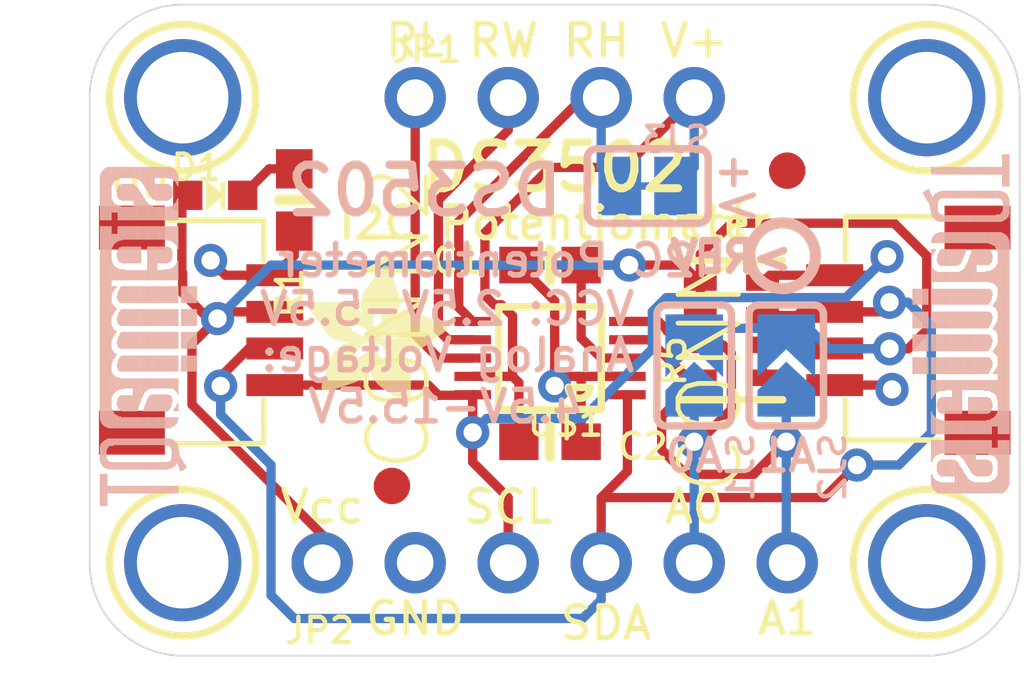
<source format=kicad_pcb>
(kicad_pcb (version 20211014) (generator pcbnew)
  (layers (0 "F.Cu" signal) (31 "B.Cu" signal) (34 "B.Paste" user) (35 "F.Paste" user) (36 "B.SilkS" user "B.Silkscreen") (37 "F.SilkS" user "F.Silkscreen") (38 "B.Mask" user) (39 "F.Mask" user) (44 "Edge.Cuts" user))
  (net 0 "")
  (net 1 "V+")
  (net 2 "GND")
  (net 3 "SCL")
  (net 4 "SDA")
  (net 5 "VCC")
  (net 6 "A0")
  (net 7 "A1")
  (net 8 "RH")
  (net 9 "RW")
  (net 10 "RL")
  (net 11 "N$2")
  (footprint "boardEagle:FIDUCIAL_1MM" (layer "F.Cu") (at 144.0561 109.2581)
    (fp_text reference "FID1" hide)
    (fp_text value "FIDUCIAL_1MM" hide)
    (pad "1" smd roundrect (at 0 0) (size 1 1) (layers "F.Cu" "F.Mask") (roundrect_rratio 0.5))
  )
  (footprint "boardEagle:1X04_ROUND" (layer "F.Cu") (at 148.5011 98.6536)
    (fp_text reference "JP1" (at -4.5212 -1.3208) (layer "F.SilkS") (effects (font (size 0.692831 0.692831) (thickness 0.119969)) (justify left)))
    (fp_text value "")
    (pad "1" thru_hole circle (at -3.81 0 90) (size 1.6764 1.6764) (drill 1) (layers *.Cu *.Mask) (net 10 "RL"))
    (pad "2" thru_hole circle (at -1.27 0 90) (size 1.6764 1.6764) (drill 1) (layers *.Cu *.Mask) (net 9 "RW"))
    (pad "3" thru_hole circle (at 1.27 0 90) (size 1.6764 1.6764) (drill 1) (layers *.Cu *.Mask) (net 8 "RH"))
    (pad "4" thru_hole circle (at 3.81 0 90) (size 1.6764 1.6764) (drill 1) (layers *.Cu *.Mask) (net 1 "V+"))
  )
  (footprint "boardEagle:MOUNTINGHOLE_2.5_PLATED" (layer "F.Cu") (at 138.3411 98.6536)
    (fp_text reference "U$2" hide)
    (fp_text value "MOUNTINGHOLE2.5" hide)
    (pad "P$1" thru_hole circle (at 0 0) (size 3.2 3.2) (drill 2.5) (layers *.Cu *.Mask))
  )
  (footprint "boardEagle:RESPACK_4X0603" (layer "F.Cu") (at 153.3271 105.0036 90)
    (fp_text reference "R5" (at -1.6 -1.6 90) (layer "F.SilkS") (effects (font (size 0.692831 0.692831) (thickness 0.119969)) (justify left)))
    (fp_text value "10K")
    (pad "1" smd rect (at -1.3 0.85 90) (size 0.45 0.9) (layers "F.Cu" "F.Paste" "F.Mask") (net 2 "GND"))
    (pad "2" smd rect (at -0.4 0.85 90) (size 0.45 0.9) (layers "F.Cu" "F.Paste" "F.Mask") (net 2 "GND"))
    (pad "3" smd rect (at 0.4 0.85 90) (size 0.45 0.9) (layers "F.Cu" "F.Paste" "F.Mask") (net 4 "SDA"))
    (pad "4" smd rect (at 1.3 0.85 90) (size 0.45 0.9) (layers "F.Cu" "F.Paste" "F.Mask") (net 3 "SCL"))
    (pad "5" smd rect (at 1.3 -0.85 90) (size 0.45 0.9) (layers "F.Cu" "F.Paste" "F.Mask") (net 5 "VCC"))
    (pad "6" smd rect (at 0.4 -0.85 90) (size 0.45 0.9) (layers "F.Cu" "F.Paste" "F.Mask") (net 5 "VCC"))
    (pad "7" smd rect (at -0.4 -0.85 90) (size 0.45 0.9) (layers "F.Cu" "F.Paste" "F.Mask") (net 6 "A0"))
    (pad "8" smd rect (at -1.3 -0.85 90) (size 0.45 0.9) (layers "F.Cu" "F.Paste" "F.Mask") (net 7 "A1"))
  )
  (footprint "boardEagle:0603-NO" (layer "F.Cu") (at 141.3891 101.4476 -90)
    (fp_text reference "R1" (at 1.778 0.127 90) (layer "F.SilkS") (effects (font (size 0.692831 0.692831) (thickness 0.119969)) (justify right)))
    (fp_text value "10K")
    (pad "1" smd rect (at -0.85 0 270) (size 1.075 1) (layers "F.Cu" "F.Paste" "F.Mask") (net 11 "N$2"))
    (pad "2" smd rect (at 0.85 0 270) (size 1.075 1) (layers "F.Cu" "F.Paste" "F.Mask") (net 2 "GND"))
  )
  (footprint "boardEagle:1X06_ROUND" (layer "F.Cu") (at 148.5011 111.3536)
    (fp_text reference "JP2" (at -7.4422 1.8542) (layer "F.SilkS") (effects (font (size 0.692831 0.692831) (thickness 0.119969)) (justify left)))
    (fp_text value "")
    (pad "1" thru_hole circle (at -6.35 0 90) (size 1.6764 1.6764) (drill 1) (layers *.Cu *.Mask) (net 5 "VCC"))
    (pad "2" thru_hole circle (at -3.81 0 90) (size 1.6764 1.6764) (drill 1) (layers *.Cu *.Mask) (net 2 "GND"))
    (pad "3" thru_hole circle (at -1.27 0 90) (size 1.6764 1.6764) (drill 1) (layers *.Cu *.Mask) (net 3 "SCL"))
    (pad "4" thru_hole circle (at 1.27 0 90) (size 1.6764 1.6764) (drill 1) (layers *.Cu *.Mask) (net 4 "SDA"))
    (pad "5" thru_hole circle (at 3.81 0 90) (size 1.6764 1.6764) (drill 1) (layers *.Cu *.Mask) (net 6 "A0"))
    (pad "6" thru_hole circle (at 6.35 0 90) (size 1.6764 1.6764) (drill 1) (layers *.Cu *.Mask) (net 7 "A1"))
  )
  (footprint "boardEagle:JST_SH4" (layer "F.Cu") (at 138.3411 105.0036 -90)
    (fp_text reference "CONN2" (at -4.6 -5.9 90) (layer "F.SilkS") (effects (font (size 1.647139 1.647139) (thickness 0.130861)) (justify right)))
    (fp_text value "STEMMA_I2C_QT" hide)
    (pad "1" smd rect (at -1.5 -2.514) (size 1.55 0.6) (layers "F.Cu" "F.Paste" "F.Mask") (net 2 "GND"))
    (pad "2" smd rect (at -0.5 -2.514) (size 1.55 0.6) (layers "F.Cu" "F.Paste" "F.Mask") (net 5 "VCC"))
    (pad "3" smd rect (at 0.5 -2.514) (size 1.55 0.6) (layers "F.Cu" "F.Paste" "F.Mask") (net 4 "SDA"))
    (pad "4" smd rect (at 1.5 -2.514) (size 1.55 0.6) (layers "F.Cu" "F.Paste" "F.Mask") (net 3 "SCL"))
    (pad "MT1" smd rect (at -2.8 1.386) (size 1.8 1.2) (layers "F.Cu" "F.Paste" "F.Mask"))
    (pad "MT2" smd rect (at 2.8 1.386) (size 1.8 1.2) (layers "F.Cu" "F.Paste" "F.Mask"))
  )
  (footprint "boardEagle:JST_SH4" (layer "F.Cu") (at 158.6611 105.0036 90)
    (fp_text reference "CONN1" (at -4.6 -5.9 90) (layer "F.SilkS") (effects (font (size 1.647139 1.647139) (thickness 0.130861)) (justify left)))
    (fp_text value "STEMMA_I2C_QT" hide)
    (pad "1" smd rect (at -1.5 -2.514 180) (size 1.55 0.6) (layers "F.Cu" "F.Paste" "F.Mask") (net 2 "GND"))
    (pad "2" smd rect (at -0.5 -2.514 180) (size 1.55 0.6) (layers "F.Cu" "F.Paste" "F.Mask") (net 5 "VCC"))
    (pad "3" smd rect (at 0.5 -2.514 180) (size 1.55 0.6) (layers "F.Cu" "F.Paste" "F.Mask") (net 4 "SDA"))
    (pad "4" smd rect (at 1.5 -2.514 180) (size 1.55 0.6) (layers "F.Cu" "F.Paste" "F.Mask") (net 3 "SCL"))
    (pad "MT1" smd rect (at -2.8 1.386 180) (size 1.8 1.2) (layers "F.Cu" "F.Paste" "F.Mask"))
    (pad "MT2" smd rect (at 2.8 1.386 180) (size 1.8 1.2) (layers "F.Cu" "F.Paste" "F.Mask"))
  )
  (footprint "boardEagle:0603-NO" (layer "F.Cu") (at 148.3741 108.0516)
    (fp_text reference "C2" (at 1.778 0.127) (layer "F.SilkS") (effects (font (size 0.692831 0.692831) (thickness 0.119969)) (justify left)))
    (fp_text value "0.1uF")
    (pad "1" smd rect (at -0.85 0) (size 1.075 1) (layers "F.Cu" "F.Paste" "F.Mask") (net 1 "V+"))
    (pad "2" smd rect (at 0.85 0) (size 1.075 1) (layers "F.Cu" "F.Paste" "F.Mask") (net 2 "GND"))
  )
  (footprint "boardEagle:FIDUCIAL_1MM" (layer "F.Cu") (at 154.8511 100.6475)
    (fp_text reference "FID2" hide)
    (fp_text value "FIDUCIAL_1MM" hide)
    (pad "1" smd roundrect (at 0 0) (size 1 1) (layers "F.Cu" "F.Mask") (roundrect_rratio 0.5))
  )
  (footprint "boardEagle:MOUNTINGHOLE_2.5_PLATED" (layer "F.Cu") (at 138.3411 111.3536)
    (fp_text reference "U$6" hide)
    (fp_text value "MOUNTINGHOLE2.5" hide)
    (pad "P$1" thru_hole circle (at 0 0) (size 3.2 3.2) (drill 2.5) (layers *.Cu *.Mask))
  )
  (footprint "boardEagle:MOUNTINGHOLE_2.5_PLATED" (layer "F.Cu") (at 158.6611 111.3536)
    (fp_text reference "U$7" hide)
    (fp_text value "MOUNTINGHOLE2.5" hide)
    (pad "P$1" thru_hole circle (at 0 0) (size 3.2 3.2) (drill 2.5) (layers *.Cu *.Mask))
  )
  (footprint "boardEagle:0603-NO" (layer "F.Cu") (at 148.3741 103.2256 180)
    (fp_text reference "C1" (at 1.778 0.127) (layer "F.SilkS") (effects (font (size 0.692831 0.692831) (thickness 0.119969)) (justify right)))
    (fp_text value "0.1uF")
    (pad "1" smd rect (at -0.85 0 180) (size 1.075 1) (layers "F.Cu" "F.Paste" "F.Mask") (net 5 "VCC"))
    (pad "2" smd rect (at 0.85 0 180) (size 1.075 1) (layers "F.Cu" "F.Paste" "F.Mask") (net 2 "GND"))
  )
  (footprint "boardEagle:ADAFRUIT_3.5MM" (layer "F.Cu") (at 141.7701 107.0356)
    (fp_text reference "U$8" hide)
    (fp_text value "" hide)
  )
  (footprint "boardEagle:CHIPLED_0603_NOOUTLINE" (layer "F.Cu") (at 139.2301 101.3206 -90)
    (fp_text reference "D1" (at -0.762 1.27) (layer "F.SilkS") (effects (font (size 0.692831 0.692831) (thickness 0.119969)) (justify left)))
    (fp_text value "GREEN")
    (pad "A" smd rect (at 0 0.75 270) (size 0.8 0.8) (layers "F.Cu" "F.Paste" "F.Mask") (net 5 "VCC"))
    (pad "C" smd rect (at 0 -0.75 270) (size 0.8 0.8) (layers "F.Cu" "F.Paste" "F.Mask") (net 11 "N$2"))
  )
  (footprint "boardEagle:MSOP10" (layer "F.Cu") (at 148.3741 105.7656 90)
    (fp_text reference "U$1" (at -1.778 1.524) (layer "F.SilkS") (effects (font (size 0.692831 0.692831) (thickness 0.119969)) (justify right)))
    (fp_text value "DS3502")
    (pad "1" smd rect (at -1 2.1131 90) (size 0.25 1) (layers "F.Cu" "F.Paste" "F.Mask") (net 4 "SDA"))
    (pad "2" smd rect (at -0.5 2.1131 90) (size 0.25 1) (layers "F.Cu" "F.Paste" "F.Mask") (net 2 "GND"))
    (pad "3" smd rect (at 0 2.1131 90) (size 0.25 1) (layers "F.Cu" "F.Paste" "F.Mask") (net 5 "VCC"))
    (pad "4" smd rect (at 0.5 2.1131 90) (size 0.25 1) (layers "F.Cu" "F.Paste" "F.Mask") (net 7 "A1"))
    (pad "5" smd rect (at 1 2.1131 90) (size 0.25 1) (layers "F.Cu" "F.Paste" "F.Mask") (net 6 "A0"))
    (pad "6" smd rect (at 1 -2.1131 270) (size 0.25 1) (layers "F.Cu" "F.Paste" "F.Mask") (net 8 "RH"))
    (pad "7" smd rect (at 0.5 -2.1131 270) (size 0.25 1) (layers "F.Cu" "F.Paste" "F.Mask") (net 9 "RW"))
    (pad "8" smd rect (at 0 -2.1131 270) (size 0.25 1) (layers "F.Cu" "F.Paste" "F.Mask") (net 10 "RL"))
    (pad "9" smd rect (at -0.5 -2.1131 270) (size 0.25 1) (layers "F.Cu" "F.Paste" "F.Mask") (net 1 "V+"))
    (pad "10" smd rect (at -1 -2.1131 270) (size 0.25 1) (layers "F.Cu" "F.Paste" "F.Mask") (net 3 "SCL"))
  )
  (footprint "boardEagle:MOUNTINGHOLE_2.5_PLATED" (layer "F.Cu") (at 158.6611 98.6536)
    (fp_text reference "U$3" hide)
    (fp_text value "MOUNTINGHOLE2.5" hide)
    (pad "P$1" thru_hole circle (at 0 0) (size 3.2 3.2) (drill 2.5) (layers *.Cu *.Mask))
  )
  (footprint "boardEagle:STEMMAQT" (layer "B.Cu") (at 158.2801 109.4486 90)
    (fp_text reference "U$10" hide)
    (fp_text value "" hide)
  )
  (footprint "boardEagle:SOLDERJUMPER_ARROW_NOPASTE" (layer "B.Cu") (at 154.8257 105.9688 90)
    (fp_text reference "SJ2" (at -1.778 1.27 90) (layer "B.SilkS") (effects (font (size 0.692831 0.692831) (thickness 0.119969)) (justify left mirror)))
    (fp_text value "")
    (fp_poly (pts (xy 0.106121 -0.002663) (xy -0.679416 -0.7882) (xy -1.3946 -0.7882) (xy -1.3946 0.7882) (xy -0.62715 0.7882)) (layer "B.Cu") (width 0) (fill solid))
    (fp_poly (pts (xy 1.3946 -0.7882) (xy -0.315893 -0.7882) (xy 0.443148 0) (xy -0.315893 0.7882) (xy 1.3946 0.7882)) (layer "B.Cu") (width 0) (fill solid))
    (pad "1" smd roundrect (at -1.016 0 90) (size 0.762 1.524) (layers "B.Cu") (net 7 "A1"))
    (pad "2" smd roundrect (at 1.016 0 90) (size 0.762 1.524) (layers "B.Cu") (net 5 "VCC"))
  )
  (footprint "boardEagle:KATTNI_STOP" (layer "B.Cu") (at 148.3741 110.2106 180)
    (fp_text reference "U$5" hide)
    (fp_text value "" hide)
  )
  (footprint "boardEagle:SOLDERJUMPER_CLOSEDWIRE" (layer "B.Cu") (at 151.0411 101.0666 180)
    (fp_text reference "SJ3" (at -1.778 1.27) (layer "B.SilkS") (effects (font (size 0.692831 0.692831) (thickness 0.119969)) (justify left mirror)))
    (fp_text value "")
    (pad "1" smd rect (at -0.762 0 180) (size 1.1684 1.6002) (layers "B.Cu") (net 1 "V+"))
    (pad "2" smd rect (at 0.762 0 180) (size 1.1684 1.6002) (layers "B.Cu") (net 8 "RH"))
    (pad "WIRE" smd rect (at 0 0) (size 0.635 0.2032) (layers "B.Cu"))
  )
  (footprint "boardEagle:SOLDERJUMPER_ARROW_NOPASTE" (layer "B.Cu") (at 152.3111 105.9688 90)
    (fp_text reference "SJ1" (at -1.778 1.27 90) (layer "B.SilkS") (effects (font (size 0.692831 0.692831) (thickness 0.119969)) (justify left mirror)))
    (fp_text value "")
    (fp_poly (pts (xy 0.106121 -0.002663) (xy -0.679416 -0.7882) (xy -1.3946 -0.7882) (xy -1.3946 0.7882) (xy -0.62715 0.7882)) (layer "B.Cu") (width 0) (fill solid))
    (fp_poly (pts (xy 1.3946 -0.7882) (xy -0.315893 -0.7882) (xy 0.443148 0) (xy -0.315893 0.7882) (xy 1.3946 0.7882)) (layer "B.Cu") (width 0) (fill solid))
    (pad "1" smd roundrect (at -1.016 0 90) (size 0.762 1.524) (layers "B.Cu") (net 6 "A0"))
    (pad "2" smd roundrect (at 1.016 0 90) (size 0.762 1.524) (layers "B.Cu") (net 5 "VCC"))
  )
  (footprint "boardEagle:STEMMAQT" (layer "B.Cu") (at 138.7221 100.5586 -90)
    (fp_text reference "U$11" hide)
    (fp_text value "" hide)
  )
  (footprint "boardEagle:PCBFEAT-REV-040" (layer "B.Cu") (at 154.7241 102.9716 180)
    (fp_text reference "U$9" hide)
    (fp_text value "" hide)
    (fp_text user ">REV" (at -0.3556 -0.508) (layer "B.SilkS") (effects (font (size 0.8128 0.8128) (thickness 0.2032)) (justify left bottom mirror)))
  )
  (gr_line (start 158.6611 96.1136) (end 138.3411 96.1136) (layer "Edge.Cuts") (width 0.05))
  (gr_arc (start 135.8011 98.6536) (mid 136.545049 96.857549) (end 138.3411 96.1136) (layer "Edge.Cuts") (width 0.05))
  (gr_line (start 161.2011 111.3536) (end 161.2011 98.6536) (layer "Edge.Cuts") (width 0.05))
  (gr_arc (start 161.2011 111.3536) (mid 160.457151 113.149651) (end 158.6611 113.8936) (layer "Edge.Cuts") (width 0.05))
  (gr_line (start 138.3411 113.8936) (end 158.6611 113.8936) (layer "Edge.Cuts") (width 0.05))
  (gr_arc (start 158.6611 96.1136) (mid 160.457151 96.857549) (end 161.2011 98.6536) (layer "Edge.Cuts") (width 0.05))
  (gr_arc (start 138.3411 113.8936) (mid 136.545049 113.149651) (end 135.8011 111.3536) (layer "Edge.Cuts") (width 0.05))
  (gr_line (start 135.8011 98.6536) (end 135.8011 111.3536) (layer "Edge.Cuts") (width 0.05))
  (gr_text "A0" (at 152.3111 108.4326) (layer "B.SilkS") (effects (font (size 0.8636 0.8636) (thickness 0.1524)) (justify mirror)))
  (gr_text "4.5V-15.5V " (at 149.3647 107.5944) (layer "B.SilkS") (effects (font (size 0.8636 0.8636) (thickness 0.1524)) (justify left bottom mirror)))
  (gr_text "A1" (at 154.8511 108.4326) (layer "B.SilkS") (effects (font (size 0.8636 0.8636) (thickness 0.1524)) (justify mirror)))
  (gr_text "VCC: 2.5V-5.5V" (at 150.7617 104.9274) (layer "B.SilkS") (effects (font (size 0.8636 0.8636) (thickness 0.1524)) (justify left bottom mirror)))
  (gr_text "Analog Voltage:" (at 150.7617 106.1974) (layer "B.SilkS") (effects (font (size 0.8636 0.8636) (thickness 0.1524)) (justify left bottom mirror)))
  (gr_text "DS3502" (at 144.9451 101.1936) (layer "B.SilkS") (effects (font (size 1.2954 1.2954) (thickness 0.2286)) (justify mirror)))
  (gr_text "I2C Potentiometer" (at 152.8191 103.6066) (layer "B.SilkS") (effects (font (size 0.8636 0.8636) (thickness 0.1524)) (justify left bottom mirror)))
  (gr_text "V+" (at 153.4541 101.0666 -90) (layer "B.SilkS") (effects (font (size 0.8636 0.8636) (thickness 0.1524)) (justify mirror)))
  (gr_text "I2C Potentiometer" (at 148.5011 102.0826) (layer "F.SilkS") (effects (font (size 0.8636 0.8636) (thickness 0.1524))))
  (gr_text "DS3502" (at 148.5011 100.5586) (layer "F.SilkS") (effects (font (size 1.25222 1.25222) (thickness 0.22098))))
  (gr_text "on" (at 136.3091 101.4476) (layer "F.SilkS") (effects (font (size 0.89408 0.89408) (thickness 0.12192)) (justify left bottom)))
  (gr_text "GND" (at 144.6911 112.8776) (layer "F.SilkS") (effects (font (size 0.87376 0.87376) (thickness 0.14224))))
  (gr_text "A0" (at 152.3111 109.8296) (layer "F.SilkS") (effects (font (size 0.87376 0.87376) (thickness 0.14224))))
  (gr_text "RW" (at 147.1041 97.09785) (layer "F.SilkS") (effects (font (size 0.87376 0.87376) (thickness 0.14224))))
  (gr_text "SCL" (at 147.2311 109.8296) (layer "F.SilkS") (effects (font (size 0.87376 0.87376) (thickness 0.14224))))
  (gr_text "SDA" (at 149.8981 113.0046) (layer "F.SilkS") (effects (font (size 0.87376 0.87376) (thickness 0.14224))))
  (gr_text "V+" (at 152.3111 97.09785) (layer "F.SilkS") (effects (font (size 0.87376 0.87376) (thickness 0.14224))))
  (gr_text "RL" (at 144.6911 97.09785) (layer "F.SilkS") (effects (font (size 0.87376 0.87376) (thickness 0.14224))))
  (gr_text "RH" (at 149.6441 97.09785) (layer "F.SilkS") (effects (font (size 0.87376 0.87376) (thickness 0.14224))))
  (gr_text "A1" (at 154.8511 112.8776) (layer "F.SilkS") (effects (font (size 0.87376 0.87376) (thickness 0.14224))))
  (gr_text "Vcc" (at 142.1511 109.8296) (layer "F.SilkS") (effects (font (size 0.87376 0.87376) (thickness 0.14224))))
  (segment (start 146.5961 102.3366) (end 148.3741 100.5586) (width 0.254) (layer "F.Cu") (net 1))
  (segment (start 146.849825 104.3098) (end 146.5961 104.056075) (width 0.254) (layer "F.Cu") (net 1))
  (segment (start 150.4061 100.5586) (end 152.3111 98.6536) (width 0.254) (layer "F.Cu") (net 1))
  (segment (start 146.261 106.2656) (end 147.3501 106.2656) (width 0.254) (layer "F.Cu") (net 1))
  (segment (start 147.3501 106.2656) (end 147.3501 104.6146) (width 0.254) (layer "F.Cu") (net 1))
  (segment (start 147.3501 104.6146) (end 147.0453 104.3098) (width 0.254) (layer "F.Cu") (net 1))
  (segment (start 147.5241 106.4396) (end 147.5241 108.0516) (width 0.254) (layer "F.Cu") (net 1))
  (segment (start 147.0453 104.3098) (end 146.849825 104.3098) (width 0.254) (layer "F.Cu") (net 1))
  (segment (start 148.3741 100.5586) (end 150.4061 100.5586) (width 0.254) (layer "F.Cu") (net 1))
  (segment (start 146.5961 104.056075) (end 146.5961 102.3366) (width 0.254) (layer "F.Cu") (net 1))
  (segment (start 147.3501 106.2656) (end 147.5241 106.4396) (width 0.254) (layer "F.Cu") (net 1))
  (segment (start 151.8031 101.0666) (end 152.3111 100.5586) (width 0.254) (layer "B.Cu") (net 1))
  (segment (start 152.3111 100.5586) (end 152.3111 98.6536) (width 0.254) (layer "B.Cu") (net 1))
  (segment (start 141.3891 102.2976) (end 141.3891 102.9696) (width 0.254) (layer "F.Cu") (net 2))
  (segment (start 149.2241 106.3616) (end 149.1281 106.2656) (width 0.254) (layer "F.Cu") (net 2))
  (segment (start 154.1771 105.4036) (end 154.1771 106.3036) (width 0.254) (layer "F.Cu") (net 2))
  (segment (start 141.3891 102.9696) (end 140.8551 103.5036) (width 0.254) (layer "F.Cu") (net 2))
  (segment (start 148.5011 104.2026) (end 148.5011 106.5276) (width 0.254) (layer "F.Cu") (net 2))
  (segment (start 149.2241 108.0516) (end 149.2241 106.3616) (width 0.254) (layer "F.Cu") (net 2))
  (segment (start 140.8551 103.5036) (end 139.5081 103.5036) (width 0.254) (layer "F.Cu") (net 2))
  (segment (start 148.5011 106.2656) (end 148.5011 106.5276) (width 0.254) (layer "F.Cu") (net 2))
  (segment (start 150.4872 106.2656) (end 149.1281 106.2656) (width 0.254) (layer "F.Cu") (net 2))
  (segment (start 156.1471 106.5036) (end 157.596 106.5036) (width 0.254) (layer "F.Cu") (net 2))
  (segment (start 139.5081 103.5036) (end 139.1031 103.0986) (width 0.254) (layer "F.Cu") (net 2))
  (segment (start 154.1771 106.3036) (end 154.3771 106.5036) (width 0.254) (layer "F.Cu") (net 2))
  (segment (start 149.1281 106.2656) (end 148.5011 106.2656) (width 0.254) (layer "F.Cu") (net 2))
  (segment (start 147.5241 103.2256) (end 148.5011 104.2026) (width 0.254) (layer "F.Cu") (net 2))
  (segment (start 154.3771 106.5036) (end 156.1471 106.5036) (width 0.254) (layer "F.Cu") (net 2))
  (segment (start 157.596 106.5036) (end 157.7136 106.6212) (width 0.254) (layer "F.Cu") (net 2))
  (via (at 139.1031 103.0986) (size 0.9064) (drill 0.5) (layers "F.Cu" "B.Cu") (net 2))
  (via (at 148.5011 106.5276) (size 0.9064) (drill 0.5) (layers "F.Cu" "B.Cu") (net 2))
  (via (at 157.7136 106.6212) (size 0.9064) (drill 0.5) (layers "F.Cu" "B.Cu") (net 2))
  (segment (start 146.245 106.7816) (end 146.261 106.7656) (width 0.254) (layer "F.Cu") (net 3))
  (segment (start 154.1771 103.7036) (end 154.3771 103.5036) (width 0.254) (layer "F.Cu") (net 3))
  (segment (start 146.261 106.7656) (end 146.261 107.7976) (width 0.254) (layer "F.Cu") (net 3))
  (segment (start 145.3261 106.7816) (end 146.245 106.7816) (width 0.254) (layer "F.Cu") (net 3))
  (segment (start 157.576543 102.994944) (end 157.067887 103.5036) (width 0.254) (layer "F.Cu") (net 3))
  (segment (start 146.261 108.6055) (end 147.2311 109.5756) (width 0.254) (layer "F.Cu") (net 3))
  (segment (start 146.261 107.7976) (end 146.261 108.6055) (width 0.254) (layer "F.Cu") (net 3))
  (segment (start 157.067887 103.5036) (end 156.1471 103.5036) (width 0.254) (layer "F.Cu") (net 3))
  (segment (start 154.3771 103.5036) (end 156.1471 103.5036) (width 0.254) (layer "F.Cu") (net 3))
  (segment (start 147.2311 109.5756) (end 147.2311 111.3536) (width 0.254) (layer "F.Cu") (net 3))
  (segment (start 145.0481 106.5036) (end 145.3261 106.7816) (width 0.254) (layer "F.Cu") (net 3))
  (segment (start 140.8551 106.5036) (end 145.0481 106.5036) (width 0.254) (layer "F.Cu") (net 3))
  (via (at 146.261 107.7976) (size 0.9064) (drill 0.5) (layers "F.Cu" "B.Cu") (net 3))
  (via (at 157.576543 102.994944) (size 0.9064) (drill 0.5) (layers "F.Cu" "B.Cu") (net 3))
  (segment (start 151.5491 104.1146) (end 156.456887 104.1146) (width 0.254) (layer "B.Cu") (net 3))
  (segment (start 156.456887 104.1146) (end 157.576543 102.994944) (width 0.254) (layer "B.Cu") (net 3))
  (segment (start 151.1681 104.4956) (end 151.5491 104.1146) (width 0.254) (layer "B.Cu") (net 3))
  (segment (start 149.2631 107.4166) (end 146.642 107.4166) (width 0.254) (layer "B.Cu") (net 3))
  (segment (start 151.1681 105.5116) (end 151.1681 104.4956) (width 0.254) (layer "B.Cu") (net 3))
  (segment (start 146.261 107.7976) (end 146.642 107.4166) (width 0.254) (layer "B.Cu") (net 3))
  (segment (start 149.2631 107.4166) (end 151.1681 105.5116) (width 0.254) (layer "B.Cu") (net 3))
  (segment (start 139.3785 106.2736) (end 139.3785 106.5276) (width 0.254) (layer "F.Cu") (net 4))
  (segment (start 149.7711 109.5756) (end 149.7711 111.3536) (width 0.254) (layer "F.Cu") (net 4))
  (segment (start 150.4872 106.7656) (end 150.4872 108.8595) (width 0.254) (layer "F.Cu") (net 4))
  (segment (start 157.3831 104.5036) (end 157.6451 104.2416) (width 0.254) (layer "F.Cu") (net 4))
  (segment (start 140.8551 105.5036) (end 140.1485 105.5036) (width 0.254) (layer "F.Cu") (net 4))
  (segment (start 156.7561 108.6866) (end 155.8671 109.5756) (width 0.254) (layer "F.Cu") (net 4))
  (segment (start 155.1241 104.6036) (end 155.2321 104.4956) (width 0.254) (layer "F.Cu") (net 4))
  (segment (start 150.4872 108.8595) (end 149.7711 109.5756) (width 0.254) (layer "F.Cu") (net 4))
  (segment (start 154.1771 104.6036) (end 155.1241 104.6036) (width 0.254) (layer "F.Cu") (net 4))
  (segment (start 156.1391 104.4956) (end 156.1471 104.5036) (width 0.254) (layer "F.Cu") (net 4))
  (segment (start 155.2321 104.4956) (end 156.1391 104.4956) (width 0.254) (layer "F.Cu") (net 4))
  (segment (start 140.1485 105.5036) (end 139.3785 106.2736) (width 0.254) (layer "F.Cu") (net 4))
  (segment (start 156.1471 104.5036) (end 157.3831 104.5036) (width 0.254) (layer "F.Cu") (net 4))
  (segment (start 155.8671 109.5756) (end 149.7711 109.5756) (width 0.254) (layer "F.Cu") (net 4))
  (via (at 156.7561 108.6866) (size 0.9064) (drill 0.5) (layers "F.Cu" "B.Cu") (net 4))
  (via (at 139.3785 106.5276) (size 0.9064) (drill 0.5) (layers "F.Cu" "B.Cu") (net 4))
  (via (at 157.6451 104.2416) (size 0.9064) (drill 0.5) (layers "F.Cu" "B.Cu") (net 4))
  (segment (start 149.7711 111.3536) (end 149.7711 112.3696) (width 0.254) (layer "B.Cu") (net 4))
  (segment (start 149.2631 112.8776) (end 141.3891 112.8776) (width 0.254) (layer "B.Cu") (net 4))
  (segment (start 149.7711 112.3696) (end 149.2631 112.8776) (width 0.254) (layer "B.Cu") (net 4))
  (segment (start 158.7881 107.7976) (end 157.8991 108.6866) (width 0.254) (layer "B.Cu") (net 4))
  (segment (start 140.7541 108.6866) (end 139.3785 107.311) (width 0.254) (layer "B.Cu") (net 4))
  (segment (start 139.3785 107.311) (end 139.3785 106.5276) (width 0.254) (layer "B.Cu") (net 4))
  (segment (start 140.7541 112.2426) (end 140.7541 108.6866) (width 0.254) (layer "B.Cu") (net 4))
  (segment (start 158.1531 104.2416) (end 158.7881 104.8766) (width 0.254) (layer "B.Cu") (net 4))
  (segment (start 158.7881 104.8766) (end 158.7881 107.7976) (width 0.254) (layer "B.Cu") (net 4))
  (segment (start 157.8991 108.6866) (end 156.7561 108.6866) (width 0.254) (layer "B.Cu") (net 4))
  (segment (start 141.3891 112.8776) (end 140.7541 112.2426) (width 0.254) (layer "B.Cu") (net 4))
  (segment (start 157.6451 104.2416) (end 158.1531 104.2416) (width 0.254) (layer "B.Cu") (net 4))
  (segment (start 158.6611 105.0036) (end 158.1531 105.5116) (width 0.254) (layer "F.Cu") (net 5))
  (segment (start 156.1551 105.5116) (end 156.1471 105.5036) (width 0.254) (layer "F.Cu") (net 5))
  (segment (start 138.5951 105.3846) (end 138.5951 107.0356) (width 0.254) (layer "F.Cu") (net 5))
  (segment (start 152.4771 103.7036) (end 152.4771 102.9326) (width 0.254) (layer "F.Cu") (net 5))
  (segment (start 158.6611 102.9716) (end 158.6611 105.0036) (width 0.254) (layer "F.Cu") (net 5))
  (segment (start 152.4771 102.9326) (end 153.3271 102.0826) (width 0.254) (layer "F.Cu") (net 5))
  (segment (start 142.1511 110.5916) (end 138.5951 107.0356) (width 0.254) (layer "F.Cu") (net 5))
  (segment (start 138.3197 103.4231) (end 138.3411 103.4445) (width 0.254) (layer "F.Cu") (net 5))
  (segment (start 138.5951 105.3846) (end 139.1666 104.8131) (width 0.254) (layer "F.Cu") (net 5))
  (segment (start 158.1531 105.5116) (end 157.6451 105.5116) (width 0.254) (layer "F.Cu") (net 5))
  (segment (start 153.3271 102.0826) (end 157.7721 102.0826) (width 0.254) (layer "F.Cu") (net 5))
  (segment (start 150.5331 103.2256) (end 151.9991 103.2256) (width 0.254) (layer "F.Cu") (net 5))
  (segment (start 138.3411 103.4445) (end 138.3411 103.9876) (width 0.254) (layer "F.Cu") (net 5))
  (segment (start 157.7721 102.0826) (end 158.6611 102.9716) (width 0.254) (layer "F.Cu") (net 5))
  (segment (start 138.3197 101.481) (end 138.3197 103.4231) (width 0.254) (layer "F.Cu") (net 5))
  (segment (start 142.1511 110.5916) (end 142.1511 111.3536) (width 0.254) (layer "F.Cu") (net 5))
  (segment (start 138.4801 101.3206) (end 138.3197 101.481) (width 0.254) (layer "F.Cu") (net 5))
  (segment (start 138.3411 103.9876) (end 139.1666 104.8131) (width 0.254) (layer "F.Cu") (net 5))
  (segment (start 139.4761 104.5036) (end 139.2936 104.6861) (width 0.254) (layer "F.Cu") (net 5))
  (segment (start 151.9991 103.2256) (end 152.4771 103.7036) (width 0.254) (layer "F.Cu") (net 5))
  (segment (start 152.4771 103.7036) (end 152.4771 104.6036) (width 0.254) (layer "F.Cu") (net 5))
  (segment (start 150.5331 103.2256) (end 149.2241 103.2256) (width 0.254) (layer "F.Cu") (net 5))
  (segment (start 157.6451 105.5116) (end 156.1551 105.5116) (width 0.254) (layer "F.Cu") (net 5))
  (segment (start 140.8551 104.5036) (end 139.4761 104.5036) (width 0.254) (layer "F.Cu") (net 5))
  (segment (start 149.2241 103.2256) (end 149.2241 105.2186) (width 0.254) (layer "F.Cu") (net 5))
  (segment (start 149.2241 105.2186) (end 149.7711 105.7656) (width 0.254) (layer "F.Cu") (net 5))
  (segment (start 139.1666 104.8131) (end 139.2936 104.6861) (width 0.254) (layer "F.Cu") (net 5))
  (segment (start 149.7711 105.7656) (end 150.4872 105.7656) (width 0.254) (layer "F.Cu") (net 5))
  (via (at 157.6451 105.5116) (size 0.9064) (drill 0.5) (layers "F.Cu" "B.Cu") (net 5))
  (via (at 150.5331 103.2256) (size 0.9064) (drill 0.5) (layers "F.Cu" "B.Cu") (net 5))
  (via (at 139.2936 104.6861) (size 0.9064) (drill 0.5) (layers "F.Cu" "B.Cu") (net 5))
  (segment (start 155.9941 105.5116) (end 155.4353 104.9528) (width 0.254) (layer "B.Cu") (net 5))
  (segment (start 140.7541 103.2256) (end 150.5331 103.2256) (width 0.254) (layer "B.Cu") (net 5))
  (segment (start 139.2936 104.6861) (end 140.7541 103.2256) (width 0.254) (layer "B.Cu") (net 5))
  (segment (start 152.3111 104.9528) (end 154.8257 104.9528) (width 0.254) (layer "B.Cu") (net 5))
  (segment (start 155.9941 105.5116) (end 157.6451 105.5116) (width 0.254) (layer "B.Cu") (net 5))
  (segment (start 154.8257 104.9528) (end 155.4353 104.9528) (width 0.254) (layer "B.Cu") (net 5))
  (segment (start 152.4381 108.0516) (end 152.3111 108.0516) (width 0.254) (layer "F.Cu") (net 6))
  (segment (start 150.4872 104.7656) (end 151.333175 104.7656) (width 0.254) (layer "F.Cu") (net 6))
  (segment (start 151.5714 105.003825) (end 151.5714 105.0259) (width 0.254) (layer "F.Cu") (net 6))
  (segment (start 151.5714 105.0259) (end 151.9491 105.4036) (width 0.254) (layer "F.Cu") (net 6))
  (segment (start 152.4771 105.4036) (end 153.0921 105.4036) (width 0.254) (layer "F.Cu") (net 6))
  (segment (start 151.333175 104.7656) (end 151.5714 105.003825) (width 0.254) (layer "F.Cu") (net 6))
  (segment (start 153.0921 105.4036) (end 153.3271 105.6386) (width 0.254) (layer "F.Cu") (net 6))
  (segment (start 151.9491 105.4036) (end 152.4771 105.4036) (width 0.254) (layer "F.Cu") (net 6))
  (segment (start 153.3271 105.6386) (end 153.3271 107.1626) (width 0.254) (layer "F.Cu") (net 6))
  (segment (start 153.3271 107.1626) (end 152.4381 108.0516) (width 0.254) (layer "F.Cu") (net 6))
  (via (at 152.3111 108.0516) (size 0.9064) (drill 0.5) (layers "F.Cu" "B.Cu") (net 6))
  (segment (start 152.3111 106.9848) (end 152.3111 108.0516) (width 0.254) (layer "B.Cu") (net 6))
  (segment (start 152.3111 108.0516) (end 152.3111 111.3536) (width 0.254) (layer "B.Cu") (net 6))
  (segment (start 150.4872 105.2656) (end 151.079175 105.2656) (width 0.254) (layer "F.Cu") (net 7))
  (segment (start 151.4221 108.2705) (end 152.0922 108.9406) (width 0.254) (layer "F.Cu") (net 7))
  (segment (start 152.214175 106.4006) (end 152.3801 106.4006) (width 0.254) (layer "F.Cu") (net 7))
  (segment (start 152.4771 106.3036) (end 151.4221 107.3586) (width 0.254) (layer "F.Cu") (net 7))
  (segment (start 152.0922 108.9406) (end 153.9367 108.9406) (width 0.254) (layer "F.Cu") (net 7))
  (segment (start 153.9367 108.9406) (end 154.8257 108.0516) (width 0.254) (layer "F.Cu") (net 7))
  (segment (start 152.3801 106.4006) (end 152.4771 106.3036) (width 0.254) (layer "F.Cu") (net 7))
  (segment (start 151.079175 105.2656) (end 152.214175 106.4006) (width 0.254) (layer "F.Cu") (net 7))
  (segment (start 151.4221 107.3586) (end 151.4221 108.2705) (width 0.254) (layer "F.Cu") (net 7))
  (via (at 154.8257 108.0516) (size 0.9064) (drill 0.5) (layers "F.Cu" "B.Cu") (net 7))
  (segment (start 154.8257 108.0516) (end 154.8257 111.3282) (width 0.254) (layer "B.Cu") (net 7))
  (segment (start 154.8257 106.9848) (end 154.8257 108.0516) (width 0.254) (layer "B.Cu") (net 7))
  (segment (start 154.8257 111.3282) (end 154.8511 111.3536) (width 0.254) (layer "B.Cu") (net 7))
  (segment (start 146.261 104.7656) (end 145.88 104.3846) (width 0.254) (layer "F.Cu") (net 8))
  (segment (start 149.2631 98.6536) (end 145.88 102.0367) (width 0.254) (layer "F.Cu") (net 8))
  (segment (start 145.88 102.0367) (end 145.88 104.3846) (width 0.254) (layer "F.Cu") (net 8))
  (segment (start 149.2631 98.6536) (end 149.7711 98.6536) (width 0.254) (layer "F.Cu") (net 8))
  (segment (start 150.2791 101.0666) (end 149.7711 100.5586) (width 0.254) (layer "B.Cu") (net 8))
  (segment (start 149.7711 100.5586) (end 149.7711 98.6536) (width 0.254) (layer "B.Cu") (net 8))
  (segment (start 145.5881 105.2656) (end 145.3261 105.0036) (width 0.254) (layer "F.Cu") (net 9))
  (segment (start 146.261 105.2656) (end 145.5881 105.2656) (width 0.254) (layer "F.Cu") (net 9))
  (segment (start 145.3261 101.4476) (end 147.2311 99.5426) (width 0.254) (layer "F.Cu") (net 9))
  (segment (start 147.2311 99.5426) (end 147.2311 98.6536) (width 0.254) (layer "F.Cu") (net 9))
  (segment (start 145.3261 105.0036) (end 145.3261 101.4476) (width 0.254) (layer "F.Cu") (net 9))
  (segment (start 145.3261 105.7656) (end 146.261 105.7656) (width 0.254) (layer "F.Cu") (net 10))
  (segment (start 144.6911 98.6536) (end 144.6911 105.1306) (width 0.254) (layer "F.Cu") (net 10))
  (segment (start 144.6911 105.1306) (end 145.3261 105.7656) (width 0.254) (layer "F.Cu") (net 10))
  (segment (start 140.7031 100.5976) (end 141.3891 100.5976) (width 0.254) (layer "F.Cu") (net 11))
  (segment (start 139.9801 101.3206) (end 140.7031 100.5976) (width 0.254) (layer "F.Cu") (net 11))
)
</source>
